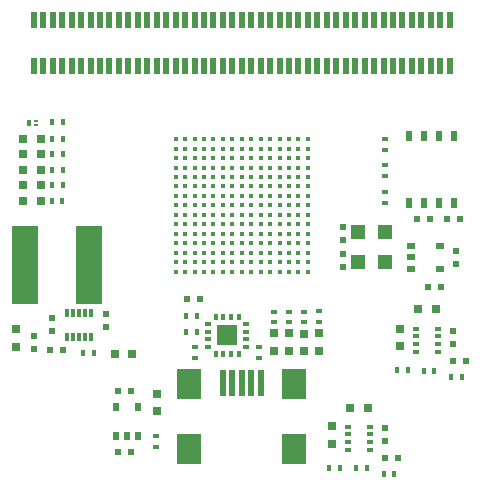
<source format=gbr>
%FSLAX46Y46*%
G04 Gerber Fmt 4.6, Leading zero omitted, Abs format (unit mm)*
G04 Created by KiCad (PCBNEW (2014-10-25 BZR 5223)-product) date 02/11/2014 18:34:45*
%MOMM*%
G01*
G04 APERTURE LIST*
%ADD10C,0.100000*%
%ADD11C,0.406400*%
%ADD12R,1.290000X1.240000*%
%ADD13R,0.600000X0.400000*%
%ADD14R,0.600000X0.347980*%
%ADD15R,0.347980X0.600000*%
%ADD16R,1.750000X1.750000*%
%ADD17R,0.400000X0.600000*%
%ADD18R,0.500000X0.600000*%
%ADD19R,0.508000X1.371600*%
%ADD20R,0.800000X0.750000*%
%ADD21R,0.750000X0.800000*%
%ADD22R,0.600000X0.500000*%
%ADD23R,0.797560X0.797560*%
%ADD24R,2.300000X6.600000*%
%ADD25R,0.610000X0.300000*%
%ADD26R,0.300000X0.700000*%
%ADD27R,0.500380X0.800100*%
%ADD28R,0.355600X0.228600*%
%ADD29R,0.355600X0.609600*%
%ADD30R,0.800100X0.500380*%
%ADD31R,0.500000X0.850000*%
%ADD32R,1.998980X2.499360*%
%ADD33R,0.500380X2.301240*%
G04 APERTURE END LIST*
D10*
D11*
X74399300Y-113149300D03*
X75199400Y-113149300D03*
X75999500Y-113149300D03*
X76799600Y-113149300D03*
X77599700Y-113149300D03*
X78399800Y-113149300D03*
X79199900Y-113149300D03*
X80000000Y-113149300D03*
X80800100Y-113149300D03*
X81600200Y-113149300D03*
X82400300Y-113149300D03*
X83200400Y-113149300D03*
X84000500Y-113149300D03*
X84800600Y-113149300D03*
X85600700Y-113149300D03*
X74399300Y-113949400D03*
X75199400Y-113949400D03*
X75999500Y-113949400D03*
X76799600Y-113949400D03*
X77599700Y-113949400D03*
X78399800Y-113949400D03*
X79199900Y-113949400D03*
X80000000Y-113949400D03*
X80800100Y-113949400D03*
X81600200Y-113949400D03*
X82400300Y-113949400D03*
X83200400Y-113949400D03*
X84000500Y-113949400D03*
X84800600Y-113949400D03*
X85600700Y-113949400D03*
X74399300Y-114749500D03*
X75199400Y-114749500D03*
X75999500Y-114749500D03*
X76799600Y-114749500D03*
X77599700Y-114749500D03*
X78399800Y-114749500D03*
X79199900Y-114749500D03*
X80000000Y-114749500D03*
X80800100Y-114749500D03*
X81600200Y-114749500D03*
X82400300Y-114749500D03*
X83200400Y-114749500D03*
X84000500Y-114749500D03*
X84800600Y-114749500D03*
X85600700Y-114749500D03*
X74399300Y-115549600D03*
X75199400Y-115549600D03*
X75999500Y-115549600D03*
X76799600Y-115549600D03*
X77599700Y-115549600D03*
X78399800Y-115549600D03*
X79199900Y-115549600D03*
X80000000Y-115549600D03*
X80800100Y-115549600D03*
X81600200Y-115549600D03*
X82400300Y-115549600D03*
X83200400Y-115549600D03*
X84000500Y-115549600D03*
X84800600Y-115549600D03*
X85600700Y-115549600D03*
X74399300Y-116349700D03*
X75199400Y-116349700D03*
X75999500Y-116349700D03*
X76799600Y-116349700D03*
X77599700Y-116349700D03*
X78399800Y-116349700D03*
X79199900Y-116349700D03*
X80000000Y-116349700D03*
X80800100Y-116349700D03*
X81600200Y-116349700D03*
X82400300Y-116349700D03*
X83200400Y-116349700D03*
X84000500Y-116349700D03*
X84800600Y-116349700D03*
X85600700Y-116349700D03*
X74399300Y-117149800D03*
X75199400Y-117149800D03*
X75999500Y-117149800D03*
X76799600Y-117149800D03*
X77599700Y-117149800D03*
X78399800Y-117149800D03*
X79199900Y-117149800D03*
X80000000Y-117149800D03*
X80800100Y-117149800D03*
X81600200Y-117149800D03*
X82400300Y-117149800D03*
X83200400Y-117149800D03*
X84000500Y-117149800D03*
X84800600Y-117149800D03*
X85600700Y-117149800D03*
X74399300Y-117949900D03*
X75199400Y-117949900D03*
X75999500Y-117949900D03*
X76799600Y-117949900D03*
X77599700Y-117949900D03*
X78399800Y-117949900D03*
X79199900Y-117949900D03*
X80000000Y-117949900D03*
X80800100Y-117949900D03*
X81600200Y-117949900D03*
X82400300Y-117949900D03*
X83200400Y-117949900D03*
X84000500Y-117949900D03*
X84800600Y-117949900D03*
X85600700Y-117949900D03*
X74399300Y-118750000D03*
X75199400Y-118750000D03*
X75999500Y-118750000D03*
X76799600Y-118750000D03*
X77599700Y-118750000D03*
X78399800Y-118750000D03*
X79199900Y-118750000D03*
X80000000Y-118750000D03*
X80800100Y-118750000D03*
X81600200Y-118750000D03*
X82400300Y-118750000D03*
X83200400Y-118750000D03*
X84000500Y-118750000D03*
X84800600Y-118750000D03*
X85600700Y-118750000D03*
X74399300Y-119550100D03*
X75199400Y-119550100D03*
X75999500Y-119550100D03*
X76799600Y-119550100D03*
X77599700Y-119550100D03*
X78399800Y-119550100D03*
X79199900Y-119550100D03*
X80000000Y-119550100D03*
X80800100Y-119550100D03*
X81600200Y-119550100D03*
X82400300Y-119550100D03*
X83200400Y-119550100D03*
X84000500Y-119550100D03*
X84800600Y-119550100D03*
X85600700Y-119550100D03*
X74399300Y-120350200D03*
X75199400Y-120350200D03*
X75999500Y-120350200D03*
X76799600Y-120350200D03*
X77599700Y-120350200D03*
X78399800Y-120350200D03*
X79199900Y-120350200D03*
X80000000Y-120350200D03*
X80800100Y-120350200D03*
X81600200Y-120350200D03*
X82400300Y-120350200D03*
X83200400Y-120350200D03*
X84000500Y-120350200D03*
X84800600Y-120350200D03*
X85600700Y-120350200D03*
X74399300Y-121150300D03*
X75199400Y-121150300D03*
X75999500Y-121150300D03*
X76799600Y-121150300D03*
X77599700Y-121150300D03*
X78399800Y-121150300D03*
X79199900Y-121150300D03*
X80000000Y-121150300D03*
X80800100Y-121150300D03*
X81600200Y-121150300D03*
X82400300Y-121150300D03*
X83200400Y-121150300D03*
X84000500Y-121150300D03*
X84800600Y-121150300D03*
X85600700Y-121150300D03*
X74399300Y-121950400D03*
X75199400Y-121950400D03*
X75999500Y-121950400D03*
X76799600Y-121950400D03*
X77599700Y-121950400D03*
X78399800Y-121950400D03*
X79199900Y-121950400D03*
X80000000Y-121950400D03*
X80800100Y-121950400D03*
X81600200Y-121950400D03*
X82400300Y-121950400D03*
X83200400Y-121950400D03*
X84000500Y-121950400D03*
X84800600Y-121950400D03*
X85600700Y-121950400D03*
X74399300Y-122750500D03*
X75199400Y-122750500D03*
X75999500Y-122750500D03*
X76799600Y-122750500D03*
X77599700Y-122750500D03*
X78399800Y-122750500D03*
X79199900Y-122750500D03*
X80000000Y-122750500D03*
X80800100Y-122750500D03*
X81600200Y-122750500D03*
X82400300Y-122750500D03*
X83200400Y-122750500D03*
X84000500Y-122750500D03*
X84800600Y-122750500D03*
X85600700Y-122750500D03*
X74399300Y-123550600D03*
X75199400Y-123550600D03*
X75999500Y-123550600D03*
X76799600Y-123550600D03*
X77599700Y-123550600D03*
X78399800Y-123550600D03*
X79199900Y-123550600D03*
X80000000Y-123550600D03*
X80800100Y-123550600D03*
X81600200Y-123550600D03*
X82400300Y-123550600D03*
X83200400Y-123550600D03*
X84000500Y-123550600D03*
X84800600Y-123550600D03*
X85600700Y-123550600D03*
X74399300Y-124350700D03*
X75199400Y-124350700D03*
X75999500Y-124350700D03*
X76799600Y-124350700D03*
X77599700Y-124350700D03*
X78399800Y-124350700D03*
X79199900Y-124350700D03*
X80000000Y-124350700D03*
X80800100Y-124350700D03*
X81600200Y-124350700D03*
X82400300Y-124350700D03*
X83200400Y-124350700D03*
X84000500Y-124350700D03*
X84800600Y-124350700D03*
X85600700Y-124350700D03*
D12*
X89875000Y-121030000D03*
X89875000Y-123570000D03*
X92125000Y-123570000D03*
X92125000Y-121030000D03*
D13*
X83965000Y-127735000D03*
X83965000Y-128635000D03*
D14*
X80369600Y-130731620D03*
X80369600Y-130081380D03*
X80369600Y-129436220D03*
X80369600Y-128785980D03*
D15*
X79742420Y-128158800D03*
X79092180Y-128158800D03*
X78447020Y-128158800D03*
X77796780Y-128158800D03*
D14*
X77169600Y-128785980D03*
X77169600Y-129436220D03*
X77169600Y-130081380D03*
X77169600Y-130731620D03*
D15*
X77796780Y-131358800D03*
X78447020Y-131358800D03*
X79092180Y-131358800D03*
X79742420Y-131358800D03*
D16*
X78769600Y-129758800D03*
D17*
X67487140Y-131234720D03*
X66587140Y-131234720D03*
D18*
X68479860Y-127933900D03*
X68479860Y-129033900D03*
D19*
X62397800Y-106981200D03*
X62397800Y-103018800D03*
X63197900Y-106981200D03*
X63197900Y-103018800D03*
X63998000Y-106981200D03*
X63998000Y-103018800D03*
X64798100Y-106981200D03*
X64798100Y-103018800D03*
X65598200Y-106981200D03*
X65598200Y-103018800D03*
X66398300Y-106981200D03*
X66398300Y-103018800D03*
X67198400Y-106981200D03*
X67198400Y-103018800D03*
X67998500Y-106981200D03*
X67998500Y-103018800D03*
X68798600Y-106981200D03*
X68798600Y-103018800D03*
X69598700Y-106981200D03*
X69598700Y-103018800D03*
X70398800Y-106981200D03*
X70398800Y-103018800D03*
X71198900Y-106981200D03*
X71198900Y-103018800D03*
X71999000Y-106981200D03*
X71999000Y-103018800D03*
X72799100Y-106981200D03*
X72799100Y-103018800D03*
X73599200Y-106981200D03*
X73599200Y-103018800D03*
X74399300Y-106981200D03*
X74399300Y-103018800D03*
X75199400Y-106981200D03*
X75199400Y-103018800D03*
X75999500Y-106981200D03*
X75999500Y-103018800D03*
X76799600Y-106981200D03*
X76799600Y-103018800D03*
X77599700Y-106981200D03*
X77599700Y-103018800D03*
X78399800Y-106981200D03*
X78399800Y-103018800D03*
X79199900Y-106981200D03*
X79199900Y-103018800D03*
X80000000Y-106981200D03*
X80000000Y-103018800D03*
X80800100Y-106981200D03*
X80800100Y-103018800D03*
X81600200Y-106981200D03*
X81600200Y-103018800D03*
X82400300Y-106981200D03*
X82400300Y-103018800D03*
X83200400Y-106981200D03*
X83200400Y-103018800D03*
X84000500Y-106981200D03*
X84000500Y-103018800D03*
X84800600Y-106981200D03*
X84800600Y-103018800D03*
X85600700Y-106981200D03*
X85600700Y-103018800D03*
X86400800Y-106981200D03*
X86400800Y-103018800D03*
X87200900Y-106981200D03*
X87200900Y-103018800D03*
X88001000Y-106981200D03*
X88001000Y-103018800D03*
X88801100Y-106981200D03*
X88801100Y-103018800D03*
X89601200Y-106981200D03*
X89601200Y-103018800D03*
X90401300Y-106981200D03*
X90401300Y-103018800D03*
X91201400Y-106981200D03*
X91201400Y-103018800D03*
X92001500Y-106981200D03*
X92001500Y-103018800D03*
X92801600Y-106981200D03*
X92801600Y-103018800D03*
X93601700Y-106981200D03*
X93601700Y-103018800D03*
X94401800Y-106981200D03*
X94401800Y-103018800D03*
X95201900Y-106981200D03*
X95201900Y-103018800D03*
X96002000Y-106981200D03*
X96002000Y-103018800D03*
X96802100Y-106981200D03*
X96802100Y-103018800D03*
X97602200Y-106981200D03*
X97602200Y-103018800D03*
D20*
X69246240Y-131293140D03*
X70746240Y-131293140D03*
D21*
X87624720Y-138947080D03*
X87624720Y-137447080D03*
D22*
X92114080Y-140117320D03*
X93214080Y-140117320D03*
D20*
X89148020Y-135865360D03*
X90648020Y-135865360D03*
D21*
X60913200Y-130757900D03*
X60913200Y-129257900D03*
D18*
X62411800Y-130885560D03*
X62411800Y-129785560D03*
X63905320Y-129394580D03*
X63905320Y-128294580D03*
X92095120Y-138724220D03*
X92095120Y-137624220D03*
D21*
X93391620Y-130679960D03*
X93391620Y-129179960D03*
D22*
X97855580Y-131885760D03*
X98955580Y-131885760D03*
D20*
X94935240Y-127565220D03*
X96435240Y-127565220D03*
D18*
X97872180Y-130444400D03*
X97872180Y-129344400D03*
D22*
X69550000Y-139650000D03*
X70650000Y-139650000D03*
X69550000Y-134450000D03*
X70650000Y-134450000D03*
D21*
X72800000Y-134700000D03*
X72800000Y-136200000D03*
D22*
X76500000Y-126700000D03*
X75400000Y-126700000D03*
D18*
X98150000Y-123700000D03*
X98150000Y-122600000D03*
X88550000Y-122900000D03*
X88550000Y-124000000D03*
D22*
X97400000Y-119900000D03*
X98500000Y-119900000D03*
D23*
X62974300Y-113125000D03*
X61475700Y-113125000D03*
X82695000Y-129575700D03*
X82695000Y-131074300D03*
X83965000Y-129575700D03*
X83965000Y-131074300D03*
X85250000Y-129600700D03*
X85250000Y-131099300D03*
X86575000Y-129575700D03*
X86575000Y-131074300D03*
X62974300Y-118355000D03*
X61475700Y-118355000D03*
X62974300Y-117025000D03*
X61475700Y-117025000D03*
X62974300Y-115725000D03*
X61475700Y-115725000D03*
X62974300Y-114425000D03*
X61475700Y-114425000D03*
D22*
X63792200Y-130998500D03*
X64892200Y-130998500D03*
X96900000Y-125650000D03*
X95800000Y-125650000D03*
D18*
X88550000Y-121700000D03*
X88550000Y-120600000D03*
D22*
X94800000Y-119900000D03*
X95900000Y-119900000D03*
D24*
X67050000Y-123800000D03*
X61650000Y-123800000D03*
D25*
X88963260Y-137496400D03*
X88963260Y-138146400D03*
X88963260Y-138796400D03*
X88963260Y-139446400D03*
X90863260Y-139446400D03*
X90863260Y-138796400D03*
X90863260Y-138146400D03*
X90863260Y-137496400D03*
D26*
X65209100Y-127852200D03*
X65709100Y-127852200D03*
X66709100Y-127852200D03*
X66209100Y-127852200D03*
X67209100Y-127852200D03*
X67209100Y-129852200D03*
X66209100Y-129852200D03*
X66709100Y-129852200D03*
X65709100Y-129852200D03*
X65209100Y-129852200D03*
D25*
X94755560Y-129198800D03*
X94755560Y-129848800D03*
X94755560Y-130498800D03*
X94755560Y-131148800D03*
X96655560Y-131148800D03*
X96655560Y-130498800D03*
X96655560Y-129848800D03*
X96655560Y-129198800D03*
D27*
X69350040Y-138248880D03*
X70300000Y-138248880D03*
X71249960Y-138248880D03*
X69350040Y-135851120D03*
X71249960Y-135851120D03*
D28*
X62605200Y-111965500D03*
X62605200Y-111584500D03*
D29*
X61944800Y-111775000D03*
D17*
X92908340Y-141476220D03*
X92008340Y-141476220D03*
X87398240Y-140947900D03*
X88298240Y-140947900D03*
X89676620Y-140947900D03*
X90576620Y-140947900D03*
X75300000Y-129500000D03*
X76200000Y-129500000D03*
X98642220Y-133290380D03*
X97742220Y-133290380D03*
D13*
X81450000Y-131650000D03*
X81450000Y-130750000D03*
D17*
X76200000Y-128100000D03*
X75300000Y-128100000D03*
X93162600Y-132713800D03*
X94062600Y-132713800D03*
X95397800Y-132739200D03*
X96297800Y-132739200D03*
D13*
X72700000Y-138300000D03*
X72700000Y-139200000D03*
D17*
X64825000Y-113125000D03*
X63925000Y-113125000D03*
D13*
X82695000Y-127735000D03*
X82695000Y-128635000D03*
X85250000Y-127750000D03*
X85250000Y-128650000D03*
X86575000Y-127725000D03*
X86575000Y-128625000D03*
D17*
X64815000Y-118355000D03*
X63915000Y-118355000D03*
X64825000Y-117025000D03*
X63925000Y-117025000D03*
X64825000Y-115725000D03*
X63925000Y-115725000D03*
X64825000Y-114425000D03*
X63925000Y-114425000D03*
X64825000Y-111675000D03*
X63925000Y-111675000D03*
D13*
X76050000Y-130750000D03*
X76050000Y-131650000D03*
X92150000Y-114050000D03*
X92150000Y-113150000D03*
X92150000Y-116250000D03*
X92150000Y-115350000D03*
X92150000Y-118550000D03*
X92150000Y-117650000D03*
D30*
X94351120Y-122200040D03*
X94351120Y-123150000D03*
X94351120Y-124099960D03*
X96748880Y-122200040D03*
X96748880Y-124099960D03*
D31*
X94150000Y-118550000D03*
X95415000Y-118550000D03*
X96685000Y-118550000D03*
X97950000Y-118550000D03*
X97950000Y-112850000D03*
X96685000Y-112850000D03*
X95415000Y-112850000D03*
X94150000Y-112850000D03*
D32*
X75549920Y-139399560D03*
X75549920Y-133900460D03*
X84450080Y-133900460D03*
X84450080Y-139399560D03*
D33*
X81600200Y-133798860D03*
X80800100Y-133798860D03*
X80000000Y-133798860D03*
X79199900Y-133798860D03*
X78399800Y-133798860D03*
M02*

</source>
